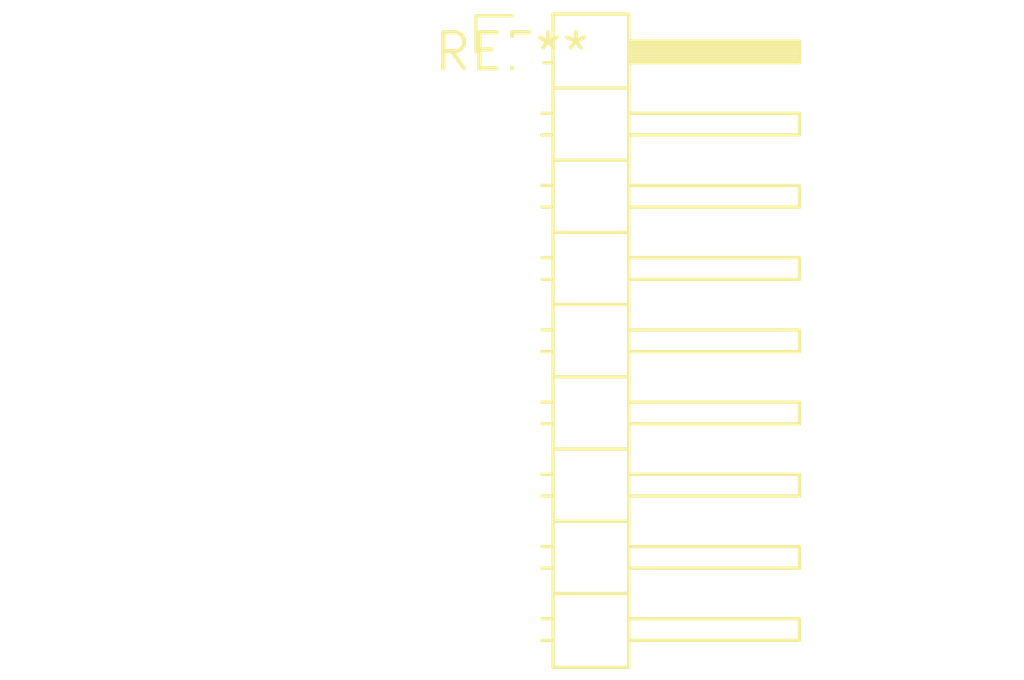
<source format=kicad_pcb>
(kicad_pcb (version 20240108) (generator pcbnew)
  (layers (0 "F.Cu" signal) (31 "B.Cu" signal) (34 "B.Paste" user) (35 "F.Paste" user) (36 "B.SilkS" user "B.Silkscreen") (37 "F.SilkS" user "F.Silkscreen") (38 "B.Mask" user) (39 "F.Mask" user) (44 "Edge.Cuts" user))
  (net 0 "")
  (footprint "PinHeader_1x09_P2.54mm_Horizontal" (layer "F.Cu") (at 0 0)
    (property "Reference" "REF**")
    (property "Value" "PinHeader_1x09_P2.54mm_Horizontal")
    (fp_line (start -1.27 -1.27) (end 0 -1.27) (layer "F.SilkS") (stroke (width 0.12)))
    (fp_line (start -1.27 0) (end -1.27 -1.27) (layer "F.SilkS") (stroke (width 0.12)))
    (fp_line (start 1.042929 2.16) (end 1.44 2.16) (layer "F.SilkS") (stroke (width 0.12)))
    (fp_line (start 1.042929 2.92) (end 1.44 2.92) (layer "F.SilkS") (stroke (width 0.12)))
    (fp_line (start 1.042929 4.7) (end 1.44 4.7) (layer "F.SilkS") (stroke (width 0.12)))
    (fp_line (start 1.042929 5.46) (end 1.44 5.46) (layer "F.SilkS") (stroke (width 0.12)))
    (fp_line (start 1.042929 7.24) (end 1.44 7.24) (layer "F.SilkS") (stroke (width 0.12)))
    (fp_line (start 1.042929 8) (end 1.44 8) (layer "F.SilkS") (stroke (width 0.12)))
    (fp_line (start 1.042929 9.78) (end 1.44 9.78) (layer "F.SilkS") (stroke (width 0.12)))
    (fp_line (start 1.042929 10.54) (end 1.44 10.54) (layer "F.SilkS") (stroke (width 0.12)))
    (fp_line (start 1.042929 12.32) (end 1.44 12.32) (layer "F.SilkS") (stroke (width 0.12)))
    (fp_line (start 1.042929 13.08) (end 1.44 13.08) (layer "F.SilkS") (stroke (width 0.12)))
    (fp_line (start 1.042929 14.86) (end 1.44 14.86) (layer "F.SilkS") (stroke (width 0.12)))
    (fp_line (start 1.042929 15.62) (end 1.44 15.62) (layer "F.SilkS") (stroke (width 0.12)))
    (fp_line (start 1.042929 17.4) (end 1.44 17.4) (layer "F.SilkS") (stroke (width 0.12)))
    (fp_line (start 1.042929 18.16) (end 1.44 18.16) (layer "F.SilkS") (stroke (width 0.12)))
    (fp_line (start 1.042929 19.94) (end 1.44 19.94) (layer "F.SilkS") (stroke (width 0.12)))
    (fp_line (start 1.042929 20.7) (end 1.44 20.7) (layer "F.SilkS") (stroke (width 0.12)))
    (fp_line (start 1.11 -0.38) (end 1.44 -0.38) (layer "F.SilkS") (stroke (width 0.12)))
    (fp_line (start 1.11 0.38) (end 1.44 0.38) (layer "F.SilkS") (stroke (width 0.12)))
    (fp_line (start 1.44 -1.33) (end 1.44 21.65) (layer "F.SilkS") (stroke (width 0.12)))
    (fp_line (start 1.44 1.27) (end 4.1 1.27) (layer "F.SilkS") (stroke (width 0.12)))
    (fp_line (start 1.44 3.81) (end 4.1 3.81) (layer "F.SilkS") (stroke (width 0.12)))
    (fp_line (start 1.44 6.35) (end 4.1 6.35) (layer "F.SilkS") (stroke (width 0.12)))
    (fp_line (start 1.44 8.89) (end 4.1 8.89) (layer "F.SilkS") (stroke (width 0.12)))
    (fp_line (start 1.44 11.43) (end 4.1 11.43) (layer "F.SilkS") (stroke (width 0.12)))
    (fp_line (start 1.44 13.97) (end 4.1 13.97) (layer "F.SilkS") (stroke (width 0.12)))
    (fp_line (start 1.44 16.51) (end 4.1 16.51) (layer "F.SilkS") (stroke (width 0.12)))
    (fp_line (start 1.44 19.05) (end 4.1 19.05) (layer "F.SilkS") (stroke (width 0.12)))
    (fp_line (start 1.44 21.65) (end 4.1 21.65) (layer "F.SilkS") (stroke (width 0.12)))
    (fp_line (start 4.1 -1.33) (end 1.44 -1.33) (layer "F.SilkS") (stroke (width 0.12)))
    (fp_line (start 4.1 -0.38) (end 10.1 -0.38) (layer "F.SilkS") (stroke (width 0.12)))
    (fp_line (start 4.1 -0.32) (end 10.1 -0.32) (layer "F.SilkS") (stroke (width 0.12)))
    (fp_line (start 4.1 -0.2) (end 10.1 -0.2) (layer "F.SilkS") (stroke (width 0.12)))
    (fp_line (start 4.1 -0.08) (end 10.1 -0.08) (layer "F.SilkS") (stroke (width 0.12)))
    (fp_line (start 4.1 0.04) (end 10.1 0.04) (layer "F.SilkS") (stroke (width 0.12)))
    (fp_line (start 4.1 0.16) (end 10.1 0.16) (layer "F.SilkS") (stroke (width 0.12)))
    (fp_line (start 4.1 0.28) (end 10.1 0.28) (layer "F.SilkS") (stroke (width 0.12)))
    (fp_line (start 4.1 2.16) (end 10.1 2.16) (layer "F.SilkS") (stroke (width 0.12)))
    (fp_line (start 4.1 4.7) (end 10.1 4.7) (layer "F.SilkS") (stroke (width 0.12)))
    (fp_line (start 4.1 7.24) (end 10.1 7.24) (layer "F.SilkS") (stroke (width 0.12)))
    (fp_line (start 4.1 9.78) (end 10.1 9.78) (layer "F.SilkS") (stroke (width 0.12)))
    (fp_line (start 4.1 12.32) (end 10.1 12.32) (layer "F.SilkS") (stroke (width 0.12)))
    (fp_line (start 4.1 14.86) (end 10.1 14.86) (layer "F.SilkS") (stroke (width 0.12)))
    (fp_line (start 4.1 17.4) (end 10.1 17.4) (layer "F.SilkS") (stroke (width 0.12)))
    (fp_line (start 4.1 19.94) (end 10.1 19.94) (layer "F.SilkS") (stroke (width 0.12)))
    (fp_line (start 4.1 21.65) (end 4.1 -1.33) (layer "F.SilkS") (stroke (width 0.12)))
    (fp_line (start 10.1 -0.38) (end 10.1 0.38) (layer "F.SilkS") (stroke (width 0.12)))
    (fp_line (start 10.1 0.38) (end 4.1 0.38) (layer "F.SilkS") (stroke (width 0.12)))
    (fp_line (start 10.1 2.16) (end 10.1 2.92) (layer "F.SilkS") (stroke (width 0.12)))
    (fp_line (start 10.1 2.92) (end 4.1 2.92) (layer "F.SilkS") (stroke (width 0.12)))
    (fp_line (start 10.1 4.7) (end 10.1 5.46) (layer "F.SilkS") (stroke (width 0.12)))
    (fp_line (start 10.1 5.46) (end 4.1 5.46) (layer "F.SilkS") (stroke (width 0.12)))
    (fp_line (start 10.1 7.24) (end 10.1 8) (layer "F.SilkS") (stroke (width 0.12)))
    (fp_line (start 10.1 8) (end 4.1 8) (layer "F.SilkS") (stroke (width 0.12)))
    (fp_line (start 10.1 9.78) (end 10.1 10.54) (layer "F.SilkS") (stroke (width 0.12)))
    (fp_line (start 10.1 10.54) (end 4.1 10.54) (layer "F.SilkS") (stroke (width 0.12)))
    (fp_line (start 10.1 12.32) (end 10.1 13.08) (layer "F.SilkS") (stroke (width 0.12)))
    (fp_line (start 10.1 13.08) (end 4.1 13.08) (layer "F.SilkS") (stroke (width 0.12)))
    (fp_line (start 10.1 14.86) (end 10.1 15.62) (layer "F.SilkS") (stroke (width 0.12)))
    (fp_line (start 10.1 15.62) (end 4.1 15.62) (layer "F.SilkS") (stroke (width 0.12)))
    (fp_line (start 10.1 17.4) (end 10.1 18.16) (layer "F.SilkS") (stroke (width 0.12)))
    (fp_line (start 10.1 18.16) (end 4.1 18.16) (layer "F.SilkS") (stroke (width 0.12)))
    (fp_line (start 10.1 19.94) (end 10.1 20.7) (layer "F.SilkS") (stroke (width 0.12)))
    (fp_line (start 10.1 20.7) (end 4.1 20.7) (layer "F.SilkS") (stroke (width 0.12)))
    (pad "1" thru_hole rect (at 0 0) (size 1.7 1.7) (drill 1) (layers *.Cu *.Mask) (remove_unused_layers))
    (pad "2" thru_hole oval (at 0 2.54) (size 1.7 1.7) (drill 1) (layers *.Cu *.Mask) (remove_unused_layers))
    (pad "3" thru_hole oval (at 0 5.08) (size 1.7 1.7) (drill 1) (layers *.Cu *.Mask) (remove_unused_layers))
    (pad "4" thru_hole oval (at 0 7.62) (size 1.7 1.7) (drill 1) (layers *.Cu *.Mask) (remove_unused_layers))
    (pad "5" thru_hole oval (at 0 10.16) (size 1.7 1.7) (drill 1) (layers *.Cu *.Mask) (remove_unused_layers))
    (pad "6" thru_hole oval (at 0 12.7) (size 1.7 1.7) (drill 1) (layers *.Cu *.Mask) (remove_unused_layers))
    (pad "7" thru_hole oval (at 0 15.24) (size 1.7 1.7) (drill 1) (layers *.Cu *.Mask) (remove_unused_layers))
    (pad "8" thru_hole oval (at 0 17.78) (size 1.7 1.7) (drill 1) (layers *.Cu *.Mask) (remove_unused_layers))
    (pad "9" thru_hole oval (at 0 20.32) (size 1.7 1.7) (drill 1) (layers *.Cu *.Mask) (remove_unused_layers))
  )
)
</source>
